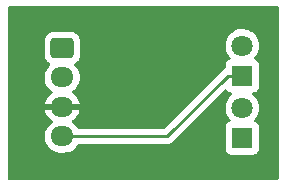
<source format=gbr>
%TF.GenerationSoftware,KiCad,Pcbnew,(6.0.5)*%
%TF.CreationDate,2022-08-18T11:16:52+02:00*%
%TF.ProjectId,IRWaterSensorPCB,49525761-7465-4725-9365-6e736f725043,rev?*%
%TF.SameCoordinates,Original*%
%TF.FileFunction,Copper,L2,Bot*%
%TF.FilePolarity,Positive*%
%FSLAX46Y46*%
G04 Gerber Fmt 4.6, Leading zero omitted, Abs format (unit mm)*
G04 Created by KiCad (PCBNEW (6.0.5)) date 2022-08-18 11:16:52*
%MOMM*%
%LPD*%
G01*
G04 APERTURE LIST*
G04 Aperture macros list*
%AMRoundRect*
0 Rectangle with rounded corners*
0 $1 Rounding radius*
0 $2 $3 $4 $5 $6 $7 $8 $9 X,Y pos of 4 corners*
0 Add a 4 corners polygon primitive as box body*
4,1,4,$2,$3,$4,$5,$6,$7,$8,$9,$2,$3,0*
0 Add four circle primitives for the rounded corners*
1,1,$1+$1,$2,$3*
1,1,$1+$1,$4,$5*
1,1,$1+$1,$6,$7*
1,1,$1+$1,$8,$9*
0 Add four rect primitives between the rounded corners*
20,1,$1+$1,$2,$3,$4,$5,0*
20,1,$1+$1,$4,$5,$6,$7,0*
20,1,$1+$1,$6,$7,$8,$9,0*
20,1,$1+$1,$8,$9,$2,$3,0*%
G04 Aperture macros list end*
%TA.AperFunction,ComponentPad*%
%ADD10RoundRect,0.250000X-0.725000X0.600000X-0.725000X-0.600000X0.725000X-0.600000X0.725000X0.600000X0*%
%TD*%
%TA.AperFunction,ComponentPad*%
%ADD11O,1.950000X1.700000*%
%TD*%
%TA.AperFunction,ComponentPad*%
%ADD12R,1.800000X1.800000*%
%TD*%
%TA.AperFunction,ComponentPad*%
%ADD13C,1.800000*%
%TD*%
%TA.AperFunction,Conductor*%
%ADD14C,0.250000*%
%TD*%
G04 APERTURE END LIST*
D10*
%TO.P,J1,1,Pin_1*%
%TO.N,RESPONSE*%
X129540000Y-88900000D03*
D11*
%TO.P,J1,2,Pin_2*%
%TO.N,POWER*%
X129540000Y-91400000D03*
%TO.P,J1,3,Pin_3*%
%TO.N,Earth*%
X129540000Y-93900000D03*
%TO.P,J1,4,Pin_4*%
%TO.N,+3V3*%
X129540000Y-96400000D03*
%TD*%
D12*
%TO.P,Q1,1,C*%
%TO.N,+3V3*%
X144780000Y-91250000D03*
D13*
%TO.P,Q1,2,E*%
%TO.N,RESPONSE*%
X144780000Y-88710000D03*
%TD*%
D12*
%TO.P,D1,1,K*%
%TO.N,Net-(D1-Pad1)*%
X144780000Y-96520000D03*
D13*
%TO.P,D1,2,A*%
%TO.N,POWER*%
X144780000Y-93980000D03*
%TD*%
D14*
%TO.N,+3V3*%
X138404700Y-96400000D02*
X129540000Y-96400000D01*
X143554700Y-91250000D02*
X138404700Y-96400000D01*
X144780000Y-91250000D02*
X143554700Y-91250000D01*
%TD*%
%TA.AperFunction,Conductor*%
%TO.N,Earth*%
G36*
X147793621Y-85348502D02*
G01*
X147840114Y-85402158D01*
X147851500Y-85454500D01*
X147851500Y-99965500D01*
X147831498Y-100033621D01*
X147777842Y-100080114D01*
X147725500Y-100091500D01*
X125094500Y-100091500D01*
X125026379Y-100071498D01*
X124979886Y-100017842D01*
X124968500Y-99965500D01*
X124968500Y-96335774D01*
X128053102Y-96335774D01*
X128061751Y-96566158D01*
X128109093Y-96791791D01*
X128111051Y-96796750D01*
X128111052Y-96796752D01*
X128186671Y-96988229D01*
X128193776Y-97006221D01*
X128196543Y-97010780D01*
X128196544Y-97010783D01*
X128220789Y-97050737D01*
X128313377Y-97203317D01*
X128316874Y-97207347D01*
X128403438Y-97307103D01*
X128464477Y-97377445D01*
X128468608Y-97380832D01*
X128638627Y-97520240D01*
X128638633Y-97520244D01*
X128642755Y-97523624D01*
X128647391Y-97526263D01*
X128647394Y-97526265D01*
X128654511Y-97530316D01*
X128843114Y-97637675D01*
X129059825Y-97716337D01*
X129065074Y-97717286D01*
X129065077Y-97717287D01*
X129282608Y-97756623D01*
X129282615Y-97756624D01*
X129286692Y-97757361D01*
X129304414Y-97758197D01*
X129309356Y-97758430D01*
X129309363Y-97758430D01*
X129310844Y-97758500D01*
X129722890Y-97758500D01*
X129789809Y-97752822D01*
X129889409Y-97744371D01*
X129889413Y-97744370D01*
X129894720Y-97743920D01*
X129899875Y-97742582D01*
X129899881Y-97742581D01*
X130112703Y-97687343D01*
X130112707Y-97687342D01*
X130117872Y-97686001D01*
X130122738Y-97683809D01*
X130122741Y-97683808D01*
X130323202Y-97593507D01*
X130328075Y-97591312D01*
X130519319Y-97462559D01*
X130686135Y-97303424D01*
X130823754Y-97118458D01*
X130826170Y-97113706D01*
X130826175Y-97113698D01*
X130831922Y-97102394D01*
X130880625Y-97050737D01*
X130944238Y-97033500D01*
X138325933Y-97033500D01*
X138337116Y-97034027D01*
X138344609Y-97035702D01*
X138352535Y-97035453D01*
X138352536Y-97035453D01*
X138412686Y-97033562D01*
X138416645Y-97033500D01*
X138444556Y-97033500D01*
X138448491Y-97033003D01*
X138448556Y-97032995D01*
X138460393Y-97032062D01*
X138492651Y-97031048D01*
X138496670Y-97030922D01*
X138504589Y-97030673D01*
X138524043Y-97025021D01*
X138543400Y-97021013D01*
X138555630Y-97019468D01*
X138555631Y-97019468D01*
X138563497Y-97018474D01*
X138570868Y-97015555D01*
X138570870Y-97015555D01*
X138604612Y-97002196D01*
X138615842Y-96998351D01*
X138650683Y-96988229D01*
X138650684Y-96988229D01*
X138658293Y-96986018D01*
X138665112Y-96981985D01*
X138665117Y-96981983D01*
X138675728Y-96975707D01*
X138693476Y-96967012D01*
X138712317Y-96959552D01*
X138748087Y-96933564D01*
X138758007Y-96927048D01*
X138789235Y-96908580D01*
X138789238Y-96908578D01*
X138796062Y-96904542D01*
X138810383Y-96890221D01*
X138825417Y-96877380D01*
X138835394Y-96870131D01*
X138841807Y-96865472D01*
X138869998Y-96831395D01*
X138877988Y-96822616D01*
X143272864Y-92427741D01*
X143335176Y-92393715D01*
X143405992Y-92398780D01*
X143462785Y-92441271D01*
X143516739Y-92513261D01*
X143633295Y-92600615D01*
X143769684Y-92651745D01*
X143826446Y-92657911D01*
X143831120Y-92658419D01*
X143896682Y-92685661D01*
X143937108Y-92744024D01*
X143939563Y-92814978D01*
X143903268Y-92875996D01*
X143893165Y-92884442D01*
X143841655Y-92923117D01*
X143681639Y-93090564D01*
X143678725Y-93094836D01*
X143678724Y-93094837D01*
X143663152Y-93117665D01*
X143551119Y-93281899D01*
X143453602Y-93491981D01*
X143391707Y-93715169D01*
X143367095Y-93945469D01*
X143367392Y-93950622D01*
X143367392Y-93950625D01*
X143373067Y-94049041D01*
X143380427Y-94176697D01*
X143381564Y-94181743D01*
X143381565Y-94181749D01*
X143405154Y-94286421D01*
X143431346Y-94402642D01*
X143433288Y-94407424D01*
X143433289Y-94407428D01*
X143475167Y-94510561D01*
X143518484Y-94617237D01*
X143639501Y-94814719D01*
X143642882Y-94818622D01*
X143751304Y-94943788D01*
X143780786Y-95008373D01*
X143770671Y-95078646D01*
X143724170Y-95132294D01*
X143700296Y-95144267D01*
X143644515Y-95165179D01*
X143633295Y-95169385D01*
X143516739Y-95256739D01*
X143429385Y-95373295D01*
X143378255Y-95509684D01*
X143371500Y-95571866D01*
X143371500Y-97468134D01*
X143378255Y-97530316D01*
X143429385Y-97666705D01*
X143516739Y-97783261D01*
X143633295Y-97870615D01*
X143769684Y-97921745D01*
X143831866Y-97928500D01*
X145728134Y-97928500D01*
X145790316Y-97921745D01*
X145926705Y-97870615D01*
X146043261Y-97783261D01*
X146130615Y-97666705D01*
X146181745Y-97530316D01*
X146188500Y-97468134D01*
X146188500Y-95571866D01*
X146181745Y-95509684D01*
X146130615Y-95373295D01*
X146043261Y-95256739D01*
X145926705Y-95169385D01*
X145918296Y-95166233D01*
X145918295Y-95166232D01*
X145859804Y-95144305D01*
X145803039Y-95101664D01*
X145778339Y-95035103D01*
X145793546Y-94965754D01*
X145815093Y-94937073D01*
X145852636Y-94899660D01*
X145852640Y-94899655D01*
X145856303Y-94896005D01*
X145991458Y-94707917D01*
X146038641Y-94612450D01*
X146091784Y-94504922D01*
X146091785Y-94504920D01*
X146094078Y-94500280D01*
X146161408Y-94278671D01*
X146191640Y-94049041D01*
X146193327Y-93980000D01*
X146187032Y-93903434D01*
X146174773Y-93754318D01*
X146174772Y-93754312D01*
X146174349Y-93749167D01*
X146117925Y-93524533D01*
X146108729Y-93503383D01*
X146027630Y-93316868D01*
X146027628Y-93316865D01*
X146025570Y-93312131D01*
X145899764Y-93117665D01*
X145743887Y-92946358D01*
X145739836Y-92943159D01*
X145739832Y-92943155D01*
X145663240Y-92882667D01*
X145622177Y-92824750D01*
X145618945Y-92753827D01*
X145654570Y-92692415D01*
X145717741Y-92660013D01*
X145728161Y-92658746D01*
X145728134Y-92658500D01*
X145790316Y-92651745D01*
X145926705Y-92600615D01*
X146043261Y-92513261D01*
X146130615Y-92396705D01*
X146181745Y-92260316D01*
X146188500Y-92198134D01*
X146188500Y-90301866D01*
X146181745Y-90239684D01*
X146130615Y-90103295D01*
X146043261Y-89986739D01*
X145926705Y-89899385D01*
X145918296Y-89896233D01*
X145918295Y-89896232D01*
X145859804Y-89874305D01*
X145803039Y-89831664D01*
X145778339Y-89765103D01*
X145793546Y-89695754D01*
X145815093Y-89667073D01*
X145852636Y-89629660D01*
X145852640Y-89629655D01*
X145856303Y-89626005D01*
X145991458Y-89437917D01*
X146038641Y-89342450D01*
X146091784Y-89234922D01*
X146091785Y-89234920D01*
X146094078Y-89230280D01*
X146161408Y-89008671D01*
X146191640Y-88779041D01*
X146193327Y-88710000D01*
X146187032Y-88633434D01*
X146174773Y-88484318D01*
X146174772Y-88484312D01*
X146174349Y-88479167D01*
X146117925Y-88254533D01*
X146114367Y-88246350D01*
X146027630Y-88046868D01*
X146027628Y-88046865D01*
X146025570Y-88042131D01*
X145899764Y-87847665D01*
X145886355Y-87832928D01*
X145850134Y-87793122D01*
X145743887Y-87676358D01*
X145739836Y-87673159D01*
X145739832Y-87673155D01*
X145566177Y-87536011D01*
X145566172Y-87536008D01*
X145562123Y-87532810D01*
X145557607Y-87530317D01*
X145557604Y-87530315D01*
X145363879Y-87423373D01*
X145363875Y-87423371D01*
X145359355Y-87420876D01*
X145354486Y-87419152D01*
X145354482Y-87419150D01*
X145145903Y-87345288D01*
X145145899Y-87345287D01*
X145141028Y-87343562D01*
X145135935Y-87342655D01*
X145135932Y-87342654D01*
X144918095Y-87303851D01*
X144918089Y-87303850D01*
X144913006Y-87302945D01*
X144840096Y-87302054D01*
X144686581Y-87300179D01*
X144686579Y-87300179D01*
X144681411Y-87300116D01*
X144452464Y-87335150D01*
X144232314Y-87407106D01*
X144227726Y-87409494D01*
X144227722Y-87409496D01*
X144201065Y-87423373D01*
X144026872Y-87514052D01*
X144022739Y-87517155D01*
X144022736Y-87517157D01*
X143896010Y-87612306D01*
X143841655Y-87653117D01*
X143681639Y-87820564D01*
X143678725Y-87824836D01*
X143678724Y-87824837D01*
X143663152Y-87847665D01*
X143551119Y-88011899D01*
X143453602Y-88221981D01*
X143391707Y-88445169D01*
X143367095Y-88675469D01*
X143367392Y-88680622D01*
X143367392Y-88680625D01*
X143373067Y-88779041D01*
X143380427Y-88906697D01*
X143381564Y-88911743D01*
X143381565Y-88911749D01*
X143413741Y-89054523D01*
X143431346Y-89132642D01*
X143433288Y-89137424D01*
X143433289Y-89137428D01*
X143516540Y-89342450D01*
X143518484Y-89347237D01*
X143639501Y-89544719D01*
X143642882Y-89548622D01*
X143751304Y-89673788D01*
X143780786Y-89738373D01*
X143770671Y-89808646D01*
X143724170Y-89862294D01*
X143700296Y-89874267D01*
X143644515Y-89895179D01*
X143633295Y-89899385D01*
X143516739Y-89986739D01*
X143429385Y-90103295D01*
X143378255Y-90239684D01*
X143371500Y-90301866D01*
X143371500Y-90551836D01*
X143351498Y-90619957D01*
X143300622Y-90663160D01*
X143301108Y-90663981D01*
X143296324Y-90666810D01*
X143296321Y-90666812D01*
X143294284Y-90668017D01*
X143294282Y-90668018D01*
X143283672Y-90674293D01*
X143265924Y-90682988D01*
X143247083Y-90690448D01*
X143240667Y-90695110D01*
X143240666Y-90695110D01*
X143211313Y-90716436D01*
X143201393Y-90722952D01*
X143170165Y-90741420D01*
X143170162Y-90741422D01*
X143163338Y-90745458D01*
X143149017Y-90759779D01*
X143133984Y-90772619D01*
X143117593Y-90784528D01*
X143089402Y-90818605D01*
X143081412Y-90827384D01*
X138179200Y-95729595D01*
X138116888Y-95763621D01*
X138090105Y-95766500D01*
X130940596Y-95766500D01*
X130872475Y-95746498D01*
X130832877Y-95705866D01*
X130815519Y-95677260D01*
X130766623Y-95596683D01*
X130742140Y-95568469D01*
X130619023Y-95426588D01*
X130619021Y-95426586D01*
X130615523Y-95422555D01*
X130546682Y-95366109D01*
X130441373Y-95279760D01*
X130441367Y-95279756D01*
X130437245Y-95276376D01*
X130432602Y-95273733D01*
X130405265Y-95258171D01*
X130355959Y-95207088D01*
X130342098Y-95137458D01*
X130368082Y-95071387D01*
X130397232Y-95044149D01*
X130514578Y-94965148D01*
X130522870Y-94958481D01*
X130681900Y-94806772D01*
X130688941Y-94798814D01*
X130820141Y-94622475D01*
X130825745Y-94613438D01*
X130925357Y-94417516D01*
X130929357Y-94407665D01*
X130994534Y-94197760D01*
X130996817Y-94187376D01*
X130998861Y-94171957D01*
X130996665Y-94157793D01*
X130983478Y-94154000D01*
X128098808Y-94154000D01*
X128085277Y-94157973D01*
X128083752Y-94168580D01*
X128108477Y-94286421D01*
X128111537Y-94296617D01*
X128192263Y-94501029D01*
X128196994Y-94510561D01*
X128311016Y-94698462D01*
X128317280Y-94707052D01*
X128461327Y-94873052D01*
X128468958Y-94880472D01*
X128638911Y-95019826D01*
X128647674Y-95025848D01*
X128674711Y-95041238D01*
X128724018Y-95092320D01*
X128737880Y-95161951D01*
X128711897Y-95228022D01*
X128682747Y-95255261D01*
X128680552Y-95256739D01*
X128560681Y-95337441D01*
X128556824Y-95341120D01*
X128556822Y-95341122D01*
X128487464Y-95407287D01*
X128393865Y-95496576D01*
X128256246Y-95681542D01*
X128253830Y-95686293D01*
X128253828Y-95686297D01*
X128223221Y-95746498D01*
X128151760Y-95887051D01*
X128083393Y-96107227D01*
X128053102Y-96335774D01*
X124968500Y-96335774D01*
X124968500Y-91335774D01*
X128053102Y-91335774D01*
X128061751Y-91566158D01*
X128109093Y-91791791D01*
X128193776Y-92006221D01*
X128313377Y-92203317D01*
X128316874Y-92207347D01*
X128403438Y-92307103D01*
X128464477Y-92377445D01*
X128468608Y-92380832D01*
X128638627Y-92520240D01*
X128638633Y-92520244D01*
X128642755Y-92523624D01*
X128647398Y-92526267D01*
X128674735Y-92541829D01*
X128724041Y-92592912D01*
X128737902Y-92662542D01*
X128711918Y-92728613D01*
X128682768Y-92755851D01*
X128565422Y-92834852D01*
X128557130Y-92841519D01*
X128398100Y-92993228D01*
X128391059Y-93001186D01*
X128259859Y-93177525D01*
X128254255Y-93186562D01*
X128154643Y-93382484D01*
X128150643Y-93392335D01*
X128085466Y-93602240D01*
X128083183Y-93612624D01*
X128081139Y-93628043D01*
X128083335Y-93642207D01*
X128096522Y-93646000D01*
X130981192Y-93646000D01*
X130994723Y-93642027D01*
X130996248Y-93631420D01*
X130971523Y-93513579D01*
X130968463Y-93503383D01*
X130887737Y-93298971D01*
X130883006Y-93289439D01*
X130768984Y-93101538D01*
X130762720Y-93092948D01*
X130618673Y-92926948D01*
X130611042Y-92919528D01*
X130441089Y-92780174D01*
X130432326Y-92774152D01*
X130405289Y-92758762D01*
X130355982Y-92707680D01*
X130342120Y-92638049D01*
X130368103Y-92571978D01*
X130397253Y-92544739D01*
X130454675Y-92506080D01*
X130519319Y-92462559D01*
X130686135Y-92303424D01*
X130823754Y-92118458D01*
X130928240Y-91912949D01*
X130964321Y-91796752D01*
X130995024Y-91697871D01*
X130996607Y-91692773D01*
X130997308Y-91687484D01*
X131026198Y-91469511D01*
X131026198Y-91469506D01*
X131026898Y-91464226D01*
X131018249Y-91233842D01*
X130970907Y-91008209D01*
X130921181Y-90882296D01*
X130888185Y-90798744D01*
X130888184Y-90798742D01*
X130886224Y-90793779D01*
X130880611Y-90784528D01*
X130769390Y-90601243D01*
X130766623Y-90596683D01*
X130679755Y-90496576D01*
X130619023Y-90426588D01*
X130619021Y-90426586D01*
X130615523Y-90422555D01*
X130579880Y-90393330D01*
X130539886Y-90334671D01*
X130537954Y-90263701D01*
X130574698Y-90202952D01*
X130593468Y-90188752D01*
X130733120Y-90102332D01*
X130739348Y-90098478D01*
X130864305Y-89973303D01*
X130911812Y-89896233D01*
X130953275Y-89828968D01*
X130953276Y-89828966D01*
X130957115Y-89822738D01*
X130991263Y-89719784D01*
X131010632Y-89661389D01*
X131010632Y-89661387D01*
X131012797Y-89654861D01*
X131023500Y-89550400D01*
X131023500Y-88249600D01*
X131023163Y-88246350D01*
X131013238Y-88150692D01*
X131013237Y-88150688D01*
X131012526Y-88143834D01*
X130980176Y-88046868D01*
X130958868Y-87983002D01*
X130956550Y-87976054D01*
X130863478Y-87825652D01*
X130738303Y-87700695D01*
X130732072Y-87696854D01*
X130593968Y-87611725D01*
X130593966Y-87611724D01*
X130587738Y-87607885D01*
X130427254Y-87554655D01*
X130426389Y-87554368D01*
X130426387Y-87554368D01*
X130419861Y-87552203D01*
X130413025Y-87551503D01*
X130413022Y-87551502D01*
X130369969Y-87547091D01*
X130315400Y-87541500D01*
X128764600Y-87541500D01*
X128761354Y-87541837D01*
X128761350Y-87541837D01*
X128665692Y-87551762D01*
X128665688Y-87551763D01*
X128658834Y-87552474D01*
X128652298Y-87554655D01*
X128652296Y-87554655D01*
X128520194Y-87598728D01*
X128491054Y-87608450D01*
X128340652Y-87701522D01*
X128215695Y-87826697D01*
X128122885Y-87977262D01*
X128067203Y-88145139D01*
X128056500Y-88249600D01*
X128056500Y-89550400D01*
X128056837Y-89553646D01*
X128056837Y-89553650D01*
X128064724Y-89629660D01*
X128067474Y-89656166D01*
X128069655Y-89662702D01*
X128069655Y-89662704D01*
X128103818Y-89765103D01*
X128123450Y-89823946D01*
X128216522Y-89974348D01*
X128341697Y-90099305D01*
X128487340Y-90189081D01*
X128534832Y-90241852D01*
X128546256Y-90311924D01*
X128517982Y-90377048D01*
X128508195Y-90387510D01*
X128393865Y-90496576D01*
X128256246Y-90681542D01*
X128253830Y-90686293D01*
X128253828Y-90686297D01*
X128223749Y-90745458D01*
X128151760Y-90887051D01*
X128150178Y-90892145D01*
X128150177Y-90892148D01*
X128088115Y-91092020D01*
X128083393Y-91107227D01*
X128082692Y-91112516D01*
X128067304Y-91228623D01*
X128053102Y-91335774D01*
X124968500Y-91335774D01*
X124968500Y-85454500D01*
X124988502Y-85386379D01*
X125042158Y-85339886D01*
X125094500Y-85328500D01*
X147725500Y-85328500D01*
X147793621Y-85348502D01*
G37*
%TD.AperFunction*%
%TD*%
M02*

</source>
